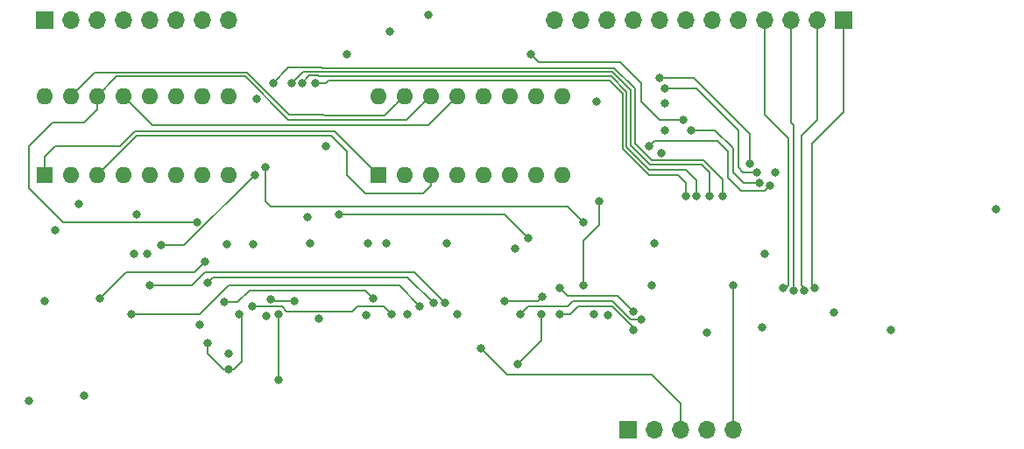
<source format=gbr>
%TF.GenerationSoftware,KiCad,Pcbnew,(5.1.10-1-10_14)*%
%TF.CreationDate,2021-11-15T09:00:54-05:00*%
%TF.ProjectId,FIFO-ram-buffer,4649464f-2d72-4616-9d2d-627566666572,rev?*%
%TF.SameCoordinates,Original*%
%TF.FileFunction,Copper,L4,Bot*%
%TF.FilePolarity,Positive*%
%FSLAX46Y46*%
G04 Gerber Fmt 4.6, Leading zero omitted, Abs format (unit mm)*
G04 Created by KiCad (PCBNEW (5.1.10-1-10_14)) date 2021-11-15 09:00:54*
%MOMM*%
%LPD*%
G01*
G04 APERTURE LIST*
%TA.AperFunction,ComponentPad*%
%ADD10O,1.700000X1.700000*%
%TD*%
%TA.AperFunction,ComponentPad*%
%ADD11R,1.700000X1.700000*%
%TD*%
%TA.AperFunction,ComponentPad*%
%ADD12O,1.600000X1.600000*%
%TD*%
%TA.AperFunction,ComponentPad*%
%ADD13R,1.600000X1.600000*%
%TD*%
%TA.AperFunction,ViaPad*%
%ADD14C,0.800000*%
%TD*%
%TA.AperFunction,Conductor*%
%ADD15C,0.200000*%
%TD*%
G04 APERTURE END LIST*
D10*
%TO.P,J3,12*%
%TO.N,BUS0*%
X117856000Y-107188000D03*
%TO.P,J3,11*%
%TO.N,BUS1*%
X120396000Y-107188000D03*
%TO.P,J3,10*%
%TO.N,BUS2*%
X122936000Y-107188000D03*
%TO.P,J3,9*%
%TO.N,BUS3*%
X125476000Y-107188000D03*
%TO.P,J3,8*%
%TO.N,BUS4*%
X128016000Y-107188000D03*
%TO.P,J3,7*%
%TO.N,BUS5*%
X130556000Y-107188000D03*
%TO.P,J3,6*%
%TO.N,BUS6*%
X133096000Y-107188000D03*
%TO.P,J3,5*%
%TO.N,BUS7*%
X135636000Y-107188000D03*
%TO.P,J3,4*%
%TO.N,STATUS0*%
X138176000Y-107188000D03*
%TO.P,J3,3*%
%TO.N,STATUS1*%
X140716000Y-107188000D03*
%TO.P,J3,2*%
%TO.N,STATUS2*%
X143256000Y-107188000D03*
D11*
%TO.P,J3,1*%
%TO.N,STATUS3*%
X145796000Y-107188000D03*
%TD*%
D12*
%TO.P,U7,16*%
%TO.N,VCC*%
X100838000Y-114554000D03*
%TO.P,U7,8*%
%TO.N,GND*%
X118618000Y-122174000D03*
%TO.P,U7,15*%
%TO.N,Net-(U3-Pad7)*%
X103378000Y-114554000D03*
%TO.P,U7,7*%
%TO.N,Net-(U2-Pad9)*%
X116078000Y-122174000D03*
%TO.P,U7,14*%
%TO.N,Net-(U3-Pad9)*%
X105918000Y-114554000D03*
%TO.P,U7,6*%
%TO.N,INPUT5*%
X113538000Y-122174000D03*
%TO.P,U7,13*%
%TO.N,Net-(U3-Pad12)*%
X108458000Y-114554000D03*
%TO.P,U7,5*%
%TO.N,Net-(U2-Pad5)*%
X110998000Y-122174000D03*
%TO.P,U7,12*%
%TO.N,INPUT7*%
X110998000Y-114554000D03*
%TO.P,U7,4*%
%TO.N,INPUT4*%
X108458000Y-122174000D03*
%TO.P,U7,11*%
%TO.N,Net-(U2-Pad13)*%
X113538000Y-114554000D03*
%TO.P,U7,3*%
%TO.N,~WE*%
X105918000Y-122174000D03*
%TO.P,U7,10*%
%TO.N,INPUT6*%
X116078000Y-114554000D03*
%TO.P,U7,2*%
%TO.N,GND*%
X103378000Y-122174000D03*
%TO.P,U7,9*%
%TO.N,Net-(U2-Pad11)*%
X118618000Y-114554000D03*
D13*
%TO.P,U7,1*%
%TO.N,Net-(U3-Pad4)*%
X100838000Y-122174000D03*
%TD*%
D12*
%TO.P,U5,16*%
%TO.N,VCC*%
X68580000Y-114554000D03*
%TO.P,U5,8*%
%TO.N,GND*%
X86360000Y-122174000D03*
%TO.P,U5,15*%
%TO.N,Net-(U3-Pad7)*%
X71120000Y-114554000D03*
%TO.P,U5,7*%
%TO.N,Net-(U1-Pad1)*%
X83820000Y-122174000D03*
%TO.P,U5,14*%
%TO.N,Net-(U3-Pad9)*%
X73660000Y-114554000D03*
%TO.P,U5,6*%
%TO.N,INPUT1*%
X81280000Y-122174000D03*
%TO.P,U5,13*%
%TO.N,Net-(U3-Pad12)*%
X76200000Y-114554000D03*
%TO.P,U5,5*%
%TO.N,Net-(U1-Pad3)*%
X78740000Y-122174000D03*
%TO.P,U5,12*%
%TO.N,INPUT3*%
X78740000Y-114554000D03*
%TO.P,U5,4*%
%TO.N,INPUT0*%
X76200000Y-122174000D03*
%TO.P,U5,11*%
%TO.N,Net-(U1-Pad13)*%
X81280000Y-114554000D03*
%TO.P,U5,3*%
%TO.N,~WE*%
X73660000Y-122174000D03*
%TO.P,U5,10*%
%TO.N,INPUT2*%
X83820000Y-114554000D03*
%TO.P,U5,2*%
%TO.N,GND*%
X71120000Y-122174000D03*
%TO.P,U5,9*%
%TO.N,Net-(U1-Pad11)*%
X86360000Y-114554000D03*
D13*
%TO.P,U5,1*%
%TO.N,Net-(U3-Pad4)*%
X68580000Y-122174000D03*
%TD*%
D10*
%TO.P,J2,8*%
%TO.N,INPUT7*%
X86360000Y-107188000D03*
%TO.P,J2,7*%
%TO.N,INPUT6*%
X83820000Y-107188000D03*
%TO.P,J2,6*%
%TO.N,INPUT5*%
X81280000Y-107188000D03*
%TO.P,J2,5*%
%TO.N,INPUT4*%
X78740000Y-107188000D03*
%TO.P,J2,4*%
%TO.N,INPUT3*%
X76200000Y-107188000D03*
%TO.P,J2,3*%
%TO.N,INPUT2*%
X73660000Y-107188000D03*
%TO.P,J2,2*%
%TO.N,INPUT1*%
X71120000Y-107188000D03*
D11*
%TO.P,J2,1*%
%TO.N,INPUT0*%
X68580000Y-107188000D03*
%TD*%
D10*
%TO.P,J1,5*%
%TO.N,OUTPUT_STATUS*%
X135128000Y-146812000D03*
%TO.P,J1,4*%
%TO.N,READ*%
X132588000Y-146812000D03*
%TO.P,J1,3*%
%TO.N,WRITE*%
X130048000Y-146812000D03*
%TO.P,J1,2*%
%TO.N,VCC*%
X127508000Y-146812000D03*
D11*
%TO.P,J1,1*%
%TO.N,GND*%
X124968000Y-146812000D03*
%TD*%
D14*
%TO.N,Net-(U1-Pad8)*%
X89916000Y-121412000D03*
X120650000Y-126746000D03*
%TO.N,Net-(U1-Pad6)*%
X97028000Y-125984000D03*
X115316000Y-128270000D03*
%TO.N,VCC*%
X121920000Y-115062000D03*
X101957500Y-108307500D03*
X89138168Y-114823832D03*
X128592500Y-115247500D03*
X128524000Y-117856000D03*
X77216000Y-129794000D03*
X93980000Y-126238000D03*
X86233000Y-128905000D03*
X99822000Y-128778000D03*
X103632000Y-135636000D03*
X114046000Y-129286000D03*
X121666000Y-135636000D03*
X127254000Y-132842000D03*
X138176000Y-129794000D03*
X137922000Y-136906000D03*
X72390000Y-143510000D03*
X90032717Y-135814417D03*
%TO.N,Net-(U3-Pad12)*%
X77470000Y-126045990D03*
%TO.N,GND*%
X95758000Y-119380000D03*
X139192000Y-121920000D03*
X105664000Y-106680000D03*
X128258970Y-120057979D03*
X83566000Y-136652000D03*
X86360000Y-139446000D03*
X88773000Y-128905000D03*
X94234000Y-128778000D03*
X99695000Y-135763000D03*
X108458000Y-135636000D03*
X107442000Y-128778000D03*
X123063000Y-135763000D03*
X144911000Y-135505000D03*
X150368000Y-137160000D03*
X67056000Y-144018000D03*
X68580000Y-134366000D03*
X78486000Y-129794000D03*
X95133283Y-136082010D03*
X101600000Y-128778000D03*
X132588000Y-137414000D03*
X127508000Y-128778000D03*
X160528000Y-125476008D03*
%TO.N,Net-(C1-Pad1)*%
X84074000Y-130556000D03*
X73914000Y-134112000D03*
%TO.N,OUTPUT_STATUS*%
X135128000Y-132842000D03*
%TO.N,READ*%
X91186000Y-135636000D03*
X97790000Y-110490000D03*
X91186000Y-141986000D03*
%TO.N,WRITE*%
X76962000Y-135636000D03*
X110744000Y-138938000D03*
X104888982Y-134860982D03*
%TO.N,STATUS0*%
X139954000Y-133096000D03*
%TO.N,STATUS1*%
X140970000Y-133350000D03*
%TO.N,STATUS2*%
X141986000Y-133350000D03*
%TO.N,STATUS3*%
X143002000Y-133096000D03*
%TO.N,~WE*%
X69596000Y-127508000D03*
%TO.N,RAM1*%
X131572000Y-124206000D03*
X93472000Y-113284000D03*
%TO.N,RAM0*%
X130556000Y-124206000D03*
X94742000Y-113284000D03*
%TO.N,W3*%
X88900000Y-122174000D03*
X79888990Y-129004040D03*
X78740000Y-132842000D03*
X107315000Y-134558010D03*
%TO.N,W2*%
X84328000Y-132588000D03*
X106172000Y-134558010D03*
%TO.N,W1*%
X85979000Y-134493000D03*
X100330000Y-134112000D03*
%TO.N,W0*%
X88646000Y-134874000D03*
X102108000Y-135636000D03*
%TO.N,RAM7*%
X128016000Y-112776000D03*
X136778180Y-121096010D03*
%TO.N,RAM6*%
X128524000Y-113792000D03*
X137465992Y-121912178D03*
%TO.N,RAM5*%
X137668000Y-122936000D03*
X131064000Y-117856000D03*
%TO.N,RAM4*%
X127000000Y-119380000D03*
X138684000Y-123190000D03*
%TO.N,RAM3*%
X134112000Y-124206000D03*
X90678000Y-113284000D03*
%TO.N,RAM2*%
X132842000Y-124206000D03*
X92456000Y-113284000D03*
%TO.N,R3*%
X92710000Y-134366000D03*
X90489732Y-134177083D03*
X113030000Y-134366000D03*
X116696047Y-133975918D03*
%TO.N,R1*%
X84328000Y-138430000D03*
X87376000Y-135636000D03*
X86360000Y-140970000D03*
X114300000Y-140462000D03*
X116586000Y-135636000D03*
%TO.N,DATACOUNT2*%
X118364000Y-133096000D03*
X125491832Y-135366168D03*
%TO.N,DATACOUNT0*%
X118364000Y-135636000D03*
X125476000Y-137160000D03*
%TO.N,DATACOUNT1*%
X114554000Y-135636000D03*
X126238000Y-136144000D03*
%TO.N,Net-(Q3-Pad3)*%
X130313000Y-116829000D03*
X115570000Y-110490000D03*
%TO.N,Net-(U2-Pad2)*%
X122174000Y-124714000D03*
X120650000Y-132842000D03*
%TO.N,Net-(U3-Pad9)*%
X83312000Y-126746000D03*
%TO.N,Net-(U3-Pad7)*%
X71882000Y-124968000D03*
%TD*%
D15*
%TO.N,Net-(U1-Pad8)*%
X89916000Y-121412000D02*
X89916000Y-124460000D01*
X89916000Y-124460000D02*
X89916000Y-124714000D01*
X89916000Y-124714000D02*
X90424000Y-125222000D01*
X90424000Y-125222000D02*
X119126000Y-125222000D01*
X119126000Y-125222000D02*
X120650000Y-126746000D01*
%TO.N,Net-(U1-Pad6)*%
X97028000Y-125984000D02*
X113030000Y-125984000D01*
X113030000Y-125984000D02*
X115316000Y-128270000D01*
%TO.N,Net-(U3-Pad12)*%
X76999999Y-115353999D02*
X76200000Y-114554000D01*
X105664000Y-117348000D02*
X78994000Y-117348000D01*
X108458000Y-114554000D02*
X105664000Y-117348000D01*
X78994000Y-117348000D02*
X76999999Y-115353999D01*
%TO.N,Net-(C1-Pad1)*%
X84074000Y-130556000D02*
X83058000Y-131572000D01*
X83058000Y-131572000D02*
X76454000Y-131572000D01*
X76454000Y-131572000D02*
X73914000Y-134112000D01*
%TO.N,OUTPUT_STATUS*%
X135128000Y-132842000D02*
X135128000Y-146812000D01*
%TO.N,READ*%
X91186000Y-135636000D02*
X91186000Y-141986000D01*
%TO.N,WRITE*%
X110744000Y-138938000D02*
X113284000Y-141478000D01*
X113284000Y-141478000D02*
X127254000Y-141478000D01*
X130048000Y-144272000D02*
X130048000Y-146812000D01*
X127254000Y-141478000D02*
X130048000Y-144272000D01*
X76962000Y-135636000D02*
X83566000Y-135636000D01*
X86360000Y-132842000D02*
X102870000Y-132842000D01*
X83566000Y-135636000D02*
X86360000Y-132842000D01*
X102870000Y-132842000D02*
X104888982Y-134860982D01*
%TO.N,STATUS0*%
X138176000Y-107188000D02*
X138176000Y-116332000D01*
X138176000Y-116332000D02*
X140462000Y-118618000D01*
X140462000Y-118618000D02*
X140462000Y-132842000D01*
X140208000Y-133096000D02*
X139954000Y-133096000D01*
X140462000Y-132842000D02*
X140208000Y-133096000D01*
%TO.N,STATUS1*%
X140716000Y-107188000D02*
X140716000Y-117094000D01*
X140716000Y-117094000D02*
X140970000Y-117348000D01*
X140970000Y-117348000D02*
X140970000Y-133350000D01*
%TO.N,STATUS2*%
X143256000Y-107188000D02*
X143256000Y-116840000D01*
X143256000Y-116840000D02*
X141732000Y-118364000D01*
X141732000Y-118364000D02*
X141732000Y-132842000D01*
X141986000Y-133096000D02*
X141986000Y-133350000D01*
X141732000Y-132842000D02*
X141986000Y-133096000D01*
%TO.N,STATUS3*%
X145796000Y-107188000D02*
X145796000Y-116078000D01*
X145796000Y-116078000D02*
X142748000Y-119126000D01*
X142748000Y-119126000D02*
X142748000Y-132842000D01*
X142748000Y-132842000D02*
X143002000Y-133096000D01*
%TO.N,~WE*%
X105918000Y-122174000D02*
X105918000Y-123190000D01*
X105918000Y-123190000D02*
X105156000Y-123952000D01*
X105156000Y-123952000D02*
X99568000Y-123952000D01*
X99568000Y-123952000D02*
X97790000Y-122174000D01*
X97790000Y-122174000D02*
X97790000Y-119888000D01*
X97790000Y-119888000D02*
X96266000Y-118364000D01*
X77470000Y-118364000D02*
X73660000Y-122174000D01*
X96266000Y-118364000D02*
X77470000Y-118364000D01*
X77470000Y-118364000D02*
X77343000Y-118491000D01*
%TO.N,RAM1*%
X94172001Y-112583999D02*
X93472000Y-113284000D01*
X130556000Y-121666000D02*
X127057700Y-121666000D01*
X131572000Y-122682000D02*
X130556000Y-121666000D01*
X124860011Y-119468311D02*
X124860011Y-114134311D01*
X131572000Y-124206000D02*
X131572000Y-122682000D01*
X127057700Y-121666000D02*
X124860011Y-119468311D01*
X124860011Y-114134311D02*
X123355689Y-112629989D01*
X123355689Y-112629989D02*
X95123991Y-112629989D01*
X95123991Y-112629989D02*
X95078001Y-112583999D01*
X95078001Y-112583999D02*
X94172001Y-112583999D01*
%TO.N,RAM0*%
X130556000Y-124206000D02*
X130556000Y-122936000D01*
X130556000Y-122936000D02*
X129794000Y-122174000D01*
X129794000Y-122174000D02*
X127000000Y-122174000D01*
X127000000Y-122174000D02*
X124460000Y-119634000D01*
X124460000Y-119634000D02*
X124460000Y-114300000D01*
X124460000Y-114300000D02*
X123190000Y-113030000D01*
X123190000Y-113030000D02*
X96012000Y-113030000D01*
X96012000Y-113030000D02*
X95758000Y-113284000D01*
X95758000Y-113284000D02*
X94742000Y-113284000D01*
%TO.N,W3*%
X88900000Y-122174000D02*
X82069960Y-129004040D01*
X82069960Y-129004040D02*
X79888990Y-129004040D01*
X82804000Y-132842000D02*
X84074000Y-131572000D01*
X104328990Y-131572000D02*
X107315000Y-134558010D01*
X78740000Y-132842000D02*
X82804000Y-132842000D01*
X84074000Y-131572000D02*
X104328990Y-131572000D01*
%TO.N,W2*%
X103693990Y-132080000D02*
X106172000Y-134558010D01*
X84328000Y-132588000D02*
X84836000Y-132080000D01*
X84836000Y-132080000D02*
X103693990Y-132080000D01*
%TO.N,W1*%
X85979000Y-134493000D02*
X87249000Y-134493000D01*
X87249000Y-134493000D02*
X88392000Y-133350000D01*
X88392000Y-133350000D02*
X99568000Y-133350000D01*
X99568000Y-133350000D02*
X100330000Y-134112000D01*
%TO.N,W0*%
X88646000Y-134874000D02*
X88707999Y-134935999D01*
X88707999Y-134935999D02*
X91522001Y-134935999D01*
X98298000Y-135382000D02*
X98806000Y-134874000D01*
X91522001Y-134935999D02*
X91968002Y-135382000D01*
X91968002Y-135382000D02*
X98298000Y-135382000D01*
X98806000Y-134874000D02*
X101346000Y-134874000D01*
X101346000Y-134874000D02*
X102108000Y-135636000D01*
%TO.N,RAM7*%
X131318000Y-112776000D02*
X136778180Y-118236180D01*
X128016000Y-112776000D02*
X131318000Y-112776000D01*
X136778180Y-118236180D02*
X136778180Y-121096010D01*
%TO.N,RAM6*%
X128524000Y-113792000D02*
X131572000Y-113792000D01*
X131572000Y-113792000D02*
X135636000Y-117856000D01*
X136136178Y-121912178D02*
X137465992Y-121912178D01*
X135636000Y-117856000D02*
X135636000Y-121412000D01*
X135636000Y-121412000D02*
X136136178Y-121912178D01*
%TO.N,RAM5*%
X135128000Y-121920000D02*
X135128000Y-119576315D01*
X135128000Y-119576315D02*
X133407685Y-117856000D01*
X136144000Y-122936000D02*
X135128000Y-121920000D01*
X137668000Y-122936000D02*
X136144000Y-122936000D01*
X133407685Y-117856000D02*
X131064000Y-117856000D01*
%TO.N,RAM4*%
X127000000Y-119380000D02*
X127508000Y-118872000D01*
X127508000Y-118872000D02*
X131064000Y-118872000D01*
X131064000Y-118872000D02*
X133096000Y-118872000D01*
X133096000Y-118872000D02*
X133604000Y-118872000D01*
X133604000Y-118872000D02*
X134620000Y-119888000D01*
X134620000Y-119888000D02*
X134620000Y-122428000D01*
X134620000Y-122428000D02*
X135890000Y-123698000D01*
X135890000Y-123698000D02*
X138176000Y-123698000D01*
X138176000Y-123698000D02*
X138684000Y-123190000D01*
%TO.N,RAM3*%
X123687067Y-111829967D02*
X95455369Y-111829967D01*
X127281089Y-120757989D02*
X125660033Y-119136933D01*
X95409379Y-111783977D02*
X92178023Y-111783977D01*
X132245689Y-120757989D02*
X127281089Y-120757989D01*
X134112000Y-124206000D02*
X134112000Y-122624300D01*
X125660033Y-113802933D02*
X123687067Y-111829967D01*
X134112000Y-122624300D02*
X132245689Y-120757989D01*
X92178023Y-111783977D02*
X90678000Y-113284000D01*
X125660033Y-119136933D02*
X125660033Y-113802933D01*
X95455369Y-111829967D02*
X95409379Y-111783977D01*
%TO.N,RAM2*%
X132842000Y-121920000D02*
X132080000Y-121158000D01*
X123521378Y-112229978D02*
X95289680Y-112229978D01*
X125260022Y-119302622D02*
X125260022Y-113968622D01*
X95289680Y-112229978D02*
X95243690Y-112183988D01*
X132842000Y-124206000D02*
X132842000Y-121920000D01*
X95243690Y-112183988D02*
X93556012Y-112183988D01*
X132080000Y-121158000D02*
X127115400Y-121158000D01*
X125260022Y-113968622D02*
X123521378Y-112229978D01*
X93556012Y-112183988D02*
X92456000Y-113284000D01*
X127115400Y-121158000D02*
X125260022Y-119302622D01*
%TO.N,R3*%
X92964000Y-134366000D02*
X92710000Y-134366000D01*
X90678649Y-134366000D02*
X90489732Y-134177083D01*
X92710000Y-134366000D02*
X90678649Y-134366000D01*
X113030000Y-134366000D02*
X116305965Y-134366000D01*
X116305965Y-134366000D02*
X116696047Y-133975918D01*
%TO.N,R1*%
X87630000Y-140208000D02*
X87630000Y-135890000D01*
X86868000Y-140970000D02*
X87630000Y-140208000D01*
X87630000Y-135890000D02*
X87376000Y-135636000D01*
X84328000Y-139446000D02*
X85852000Y-140970000D01*
X84328000Y-138430000D02*
X84328000Y-139446000D01*
X85852000Y-140970000D02*
X86360000Y-140970000D01*
X86360000Y-140970000D02*
X86868000Y-140970000D01*
X114300000Y-140462000D02*
X116586000Y-138176000D01*
X116586000Y-138176000D02*
X116586000Y-135636000D01*
%TO.N,DATACOUNT2*%
X118364000Y-133096000D02*
X119126000Y-133858000D01*
X119126000Y-133858000D02*
X123983664Y-133858000D01*
X123983664Y-133858000D02*
X125491832Y-135366168D01*
%TO.N,DATACOUNT0*%
X118364000Y-135636000D02*
X119380000Y-135636000D01*
X119380000Y-135636000D02*
X119888000Y-135128000D01*
X119888000Y-135128000D02*
X120142000Y-134874000D01*
X120142000Y-134874000D02*
X123190000Y-134874000D01*
X123190000Y-134874000D02*
X123444000Y-134874000D01*
X123444000Y-134874000D02*
X125476000Y-136906000D01*
X125476000Y-136906000D02*
X125476000Y-137160000D01*
%TO.N,DATACOUNT1*%
X123501700Y-134366000D02*
X125279700Y-136144000D01*
X125279700Y-136144000D02*
X126238000Y-136144000D01*
X114554000Y-135636000D02*
X115316000Y-134874000D01*
X119634000Y-134366000D02*
X123501700Y-134366000D01*
X115316000Y-134874000D02*
X119126000Y-134874000D01*
X119126000Y-134874000D02*
X119634000Y-134366000D01*
%TO.N,Net-(Q3-Pad3)*%
X130313000Y-116829000D02*
X128789000Y-116829000D01*
X128789000Y-116829000D02*
X128778000Y-116840000D01*
X128778000Y-116840000D02*
X128016000Y-116840000D01*
X128016000Y-116840000D02*
X126238000Y-115062000D01*
X126238000Y-115062000D02*
X126238000Y-113284000D01*
X126238000Y-113284000D02*
X124206000Y-111252000D01*
X124206000Y-111252000D02*
X116332000Y-111252000D01*
X116332000Y-111252000D02*
X115570000Y-110490000D01*
%TO.N,Net-(U2-Pad2)*%
X122174000Y-124714000D02*
X122174000Y-127000000D01*
X122174000Y-127000000D02*
X120650000Y-128524000D01*
X120650000Y-128524000D02*
X120650000Y-132842000D01*
%TO.N,Net-(U3-Pad9)*%
X105118001Y-115353999D02*
X105918000Y-114554000D01*
X73660000Y-114554000D02*
X75545989Y-112668011D01*
X92144300Y-116840000D02*
X95519579Y-116840000D01*
X103606824Y-116865176D02*
X105118001Y-115353999D01*
X95519579Y-116840000D02*
X95544755Y-116865176D01*
X95544755Y-116865176D02*
X103606824Y-116865176D01*
X75545989Y-112668011D02*
X87972311Y-112668011D01*
X87972311Y-112668011D02*
X92144300Y-116840000D01*
X73660000Y-115824000D02*
X73660000Y-114554000D01*
X72390000Y-117094000D02*
X73660000Y-115824000D01*
X69342000Y-117094000D02*
X72390000Y-117094000D01*
X67056000Y-119380000D02*
X69342000Y-117094000D01*
X70358000Y-126746000D02*
X67056000Y-123444000D01*
X67056000Y-123444000D02*
X67056000Y-119380000D01*
X83312000Y-126746000D02*
X70358000Y-126746000D01*
%TO.N,Net-(U3-Pad7)*%
X95577279Y-116332000D02*
X95710444Y-116465165D01*
X102578001Y-115353999D02*
X103378000Y-114554000D01*
X71120000Y-114554000D02*
X73406000Y-112268000D01*
X73406000Y-112268000D02*
X88138000Y-112268000D01*
X101466835Y-116465165D02*
X102578001Y-115353999D01*
X88138000Y-112268000D02*
X92202000Y-116332000D01*
X92202000Y-116332000D02*
X95577279Y-116332000D01*
X95710444Y-116465165D02*
X101466835Y-116465165D01*
%TO.N,Net-(U3-Pad4)*%
X96627989Y-117963989D02*
X100838000Y-122174000D01*
X75888300Y-119380000D02*
X77304311Y-117963989D01*
X69596000Y-119380000D02*
X75888300Y-119380000D01*
X68580000Y-120396000D02*
X69596000Y-119380000D01*
X68580000Y-122174000D02*
X68580000Y-120396000D01*
X77304311Y-117963989D02*
X96627989Y-117963989D01*
%TD*%
M02*

</source>
